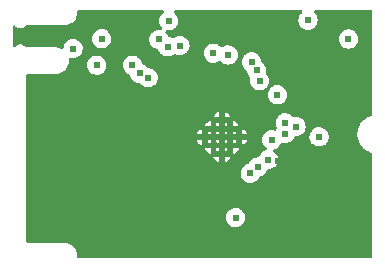
<source format=gbr>
%TF.GenerationSoftware,KiCad,Pcbnew,6.0.7-f9a2dced07~116~ubuntu22.04.1*%
%TF.CreationDate,2022-09-27T00:14:19+08:00*%
%TF.ProjectId,esp32_core_m2,65737033-325f-4636-9f72-655f6d322e6b,rev?*%
%TF.SameCoordinates,Original*%
%TF.FileFunction,Copper,L3,Inr*%
%TF.FilePolarity,Positive*%
%FSLAX46Y46*%
G04 Gerber Fmt 4.6, Leading zero omitted, Abs format (unit mm)*
G04 Created by KiCad (PCBNEW 6.0.7-f9a2dced07~116~ubuntu22.04.1) date 2022-09-27 00:14:19*
%MOMM*%
%LPD*%
G01*
G04 APERTURE LIST*
%TA.AperFunction,ComponentPad*%
%ADD10C,0.500000*%
%TD*%
%TA.AperFunction,ViaPad*%
%ADD11C,0.609600*%
%TD*%
G04 APERTURE END LIST*
D10*
%TO.N,GND*%
%TO.C,U2*%
X92329000Y-71374000D03*
X90914786Y-71374000D03*
X92329000Y-72788214D03*
X93743214Y-71374000D03*
X91621893Y-70666893D03*
X93036107Y-72081107D03*
X93036107Y-70666893D03*
X91621893Y-72081107D03*
X92329000Y-69959786D03*
%TD*%
D11*
%TO.N,GND*%
X96393000Y-63322200D03*
X101092000Y-64820800D03*
X102057200Y-64795400D03*
X102666800Y-61341000D03*
%TO.N,+3V3*%
X103047800Y-63068200D03*
%TO.N,/GPIO0*%
X94727572Y-74434023D03*
%TO.N,/GPIO1*%
X95351600Y-73914000D03*
%TO.N,/GPIO2*%
X96251166Y-73278500D03*
%TO.N,/GPIO3*%
X96545400Y-71602600D03*
%TO.N,/GPIO4*%
X97685746Y-71073179D03*
%TO.N,/GPIO5*%
X97688400Y-70154800D03*
%TO.N,/GPIO6*%
X95529400Y-66598800D03*
%TO.N,/GPIO7*%
X95275400Y-65709800D03*
%TO.N,/GPIO8*%
X94843600Y-64998600D03*
%TO.N,/GPIO9*%
X92862400Y-64414400D03*
%TO.N,/GPIO10*%
X91617800Y-64262000D03*
%TO.N,/GPIO14*%
X81737200Y-65277500D03*
X84759800Y-65277500D03*
%TO.N,/GPIO15*%
X86087941Y-66342660D03*
X87731600Y-63728600D03*
%TO.N,/GPIO16*%
X86995000Y-63094100D03*
X85369400Y-65963800D03*
%TO.N,GND*%
X81667350Y-76657200D03*
X102927150Y-78282800D03*
X87172800Y-80314800D03*
X80733900Y-78613000D03*
X101060250Y-78282800D03*
X101993700Y-78282800D03*
X85305900Y-79324200D03*
X80733900Y-77647800D03*
X82600800Y-76657200D03*
X85305900Y-80314800D03*
X79800450Y-76657200D03*
X87172800Y-81280000D03*
X80721200Y-63373000D03*
X91967050Y-79222600D03*
X86239350Y-81280000D03*
X94767400Y-79222600D03*
X82600800Y-77647800D03*
X103860600Y-78282800D03*
X91033600Y-81178400D03*
X88417400Y-74498200D03*
X82600800Y-78613000D03*
X81667350Y-78613000D03*
X85369400Y-70053200D03*
X91033600Y-80213200D03*
X90144600Y-63550800D03*
X85305900Y-81280000D03*
X91033600Y-79222600D03*
X91967050Y-80213200D03*
X93833950Y-81178400D03*
X97967800Y-77825600D03*
X83439000Y-81280000D03*
X92900500Y-79222600D03*
X86239350Y-80314800D03*
X85826600Y-74676000D03*
X84372450Y-81280000D03*
X78867000Y-76657200D03*
X83439000Y-79324200D03*
X84372450Y-80314800D03*
X100126800Y-78282800D03*
X97053400Y-73406000D03*
X80733900Y-76657200D03*
X92900500Y-81178400D03*
X79800450Y-78613000D03*
X78587600Y-62966600D03*
X78867000Y-77647800D03*
X84372450Y-79324200D03*
X94767400Y-81178400D03*
X93833950Y-80213200D03*
X92900500Y-80213200D03*
X91967050Y-81178400D03*
X78867000Y-78613000D03*
X81667350Y-77647800D03*
X93833950Y-79222600D03*
X87172800Y-79324200D03*
X94767400Y-80213200D03*
X79800450Y-77647800D03*
X83439000Y-80314800D03*
X86239350Y-79324200D03*
X90017600Y-75920600D03*
%TO.N,+5V*%
X87833200Y-61518800D03*
%TO.N,/CHIP_EN*%
X79730600Y-63881000D03*
X98610438Y-70477362D03*
%TO.N,+3V3*%
X97028000Y-67792600D03*
X82143600Y-63042800D03*
X100558600Y-71348600D03*
X88773000Y-63627000D03*
X99618800Y-61468000D03*
X93497400Y-78181200D03*
%TD*%
%TA.AperFunction,Conductor*%
%TO.N,GND*%
G36*
X87348055Y-60650302D02*
G01*
X87394548Y-60703958D01*
X87404652Y-60774232D01*
X87375158Y-60838812D01*
X87345955Y-60863618D01*
X87335319Y-60870161D01*
X87335315Y-60870164D01*
X87329314Y-60873856D01*
X87198950Y-61001518D01*
X87100108Y-61154890D01*
X87097699Y-61161510D01*
X87097697Y-61161513D01*
X87044604Y-61307385D01*
X87037702Y-61326349D01*
X87014834Y-61507373D01*
X87015521Y-61514380D01*
X87015521Y-61514383D01*
X87024369Y-61604616D01*
X87032639Y-61688964D01*
X87090233Y-61862099D01*
X87104904Y-61886323D01*
X87150341Y-61961348D01*
X87184754Y-62018171D01*
X87189645Y-62023236D01*
X87189646Y-62023237D01*
X87243928Y-62079448D01*
X87276860Y-62142345D01*
X87270560Y-62213062D01*
X87227028Y-62269146D01*
X87160084Y-62292792D01*
X87138378Y-62292089D01*
X87000714Y-62275674D01*
X86993711Y-62276410D01*
X86993710Y-62276410D01*
X86947475Y-62281270D01*
X86819251Y-62294746D01*
X86812583Y-62297016D01*
X86653190Y-62351278D01*
X86653187Y-62351279D01*
X86646523Y-62353548D01*
X86491114Y-62449156D01*
X86486081Y-62454085D01*
X86378104Y-62559824D01*
X86360750Y-62576818D01*
X86298788Y-62672964D01*
X86290701Y-62685513D01*
X86261908Y-62730190D01*
X86259499Y-62736810D01*
X86259497Y-62736813D01*
X86201910Y-62895032D01*
X86199502Y-62901649D01*
X86176634Y-63082673D01*
X86177321Y-63089680D01*
X86177321Y-63089683D01*
X86186967Y-63188057D01*
X86194439Y-63264264D01*
X86252033Y-63437399D01*
X86267323Y-63462646D01*
X86327221Y-63561548D01*
X86346554Y-63593471D01*
X86351445Y-63598536D01*
X86351446Y-63598537D01*
X86381010Y-63629151D01*
X86473303Y-63724723D01*
X86479195Y-63728578D01*
X86479199Y-63728582D01*
X86620085Y-63820775D01*
X86625981Y-63824633D01*
X86632585Y-63827089D01*
X86632587Y-63827090D01*
X86673623Y-63842351D01*
X86797000Y-63888235D01*
X86803985Y-63889167D01*
X86855557Y-63896048D01*
X86920434Y-63924883D01*
X86958452Y-63981170D01*
X86982940Y-64054784D01*
X86988633Y-64071899D01*
X86992281Y-64077922D01*
X87065312Y-64198510D01*
X87083154Y-64227971D01*
X87088045Y-64233036D01*
X87088046Y-64233037D01*
X87109362Y-64255110D01*
X87209903Y-64359223D01*
X87215795Y-64363078D01*
X87215799Y-64363082D01*
X87356685Y-64455275D01*
X87362581Y-64459133D01*
X87369185Y-64461589D01*
X87369187Y-64461590D01*
X87420513Y-64480678D01*
X87533600Y-64522735D01*
X87714460Y-64546867D01*
X87721471Y-64546229D01*
X87721475Y-64546229D01*
X87867735Y-64532917D01*
X87896171Y-64530329D01*
X87902873Y-64528151D01*
X87902875Y-64528151D01*
X88063005Y-64476122D01*
X88063008Y-64476121D01*
X88069704Y-64473945D01*
X88093252Y-64459908D01*
X88220381Y-64384124D01*
X88220380Y-64384124D01*
X88226432Y-64380517D01*
X88240730Y-64366901D01*
X88303855Y-64334408D01*
X88374526Y-64341201D01*
X88396609Y-64352709D01*
X88403981Y-64357533D01*
X88410585Y-64359989D01*
X88410587Y-64359990D01*
X88475481Y-64384124D01*
X88575000Y-64421135D01*
X88755860Y-64445267D01*
X88762871Y-64444629D01*
X88762875Y-64444629D01*
X88902580Y-64431914D01*
X88937571Y-64428729D01*
X88944273Y-64426551D01*
X88944275Y-64426551D01*
X89104405Y-64374522D01*
X89104408Y-64374521D01*
X89111104Y-64372345D01*
X89117155Y-64368738D01*
X89261777Y-64282527D01*
X89261780Y-64282525D01*
X89267832Y-64278917D01*
X89297596Y-64250573D01*
X90799434Y-64250573D01*
X90800121Y-64257580D01*
X90800121Y-64257583D01*
X90807549Y-64333339D01*
X90817239Y-64432164D01*
X90874833Y-64605299D01*
X90886475Y-64624522D01*
X90965672Y-64755291D01*
X90969354Y-64761371D01*
X90974245Y-64766436D01*
X90974246Y-64766437D01*
X90995562Y-64788510D01*
X91096103Y-64892623D01*
X91101995Y-64896478D01*
X91101999Y-64896482D01*
X91236589Y-64984555D01*
X91248781Y-64992533D01*
X91255385Y-64994989D01*
X91255387Y-64994990D01*
X91316116Y-65017575D01*
X91419800Y-65056135D01*
X91600660Y-65080267D01*
X91607671Y-65079629D01*
X91607675Y-65079629D01*
X91753935Y-65066317D01*
X91782371Y-65063729D01*
X91789073Y-65061551D01*
X91789075Y-65061551D01*
X91949205Y-65009522D01*
X91949208Y-65009521D01*
X91955904Y-65007345D01*
X91987224Y-64988675D01*
X92018246Y-64970182D01*
X92091245Y-64926666D01*
X92160000Y-64908966D01*
X92227409Y-64931248D01*
X92246395Y-64947365D01*
X92340703Y-65045023D01*
X92346595Y-65048878D01*
X92346599Y-65048882D01*
X92487485Y-65141075D01*
X92493381Y-65144933D01*
X92499985Y-65147389D01*
X92499987Y-65147390D01*
X92557460Y-65168764D01*
X92664400Y-65208535D01*
X92845260Y-65232667D01*
X92852271Y-65232029D01*
X92852275Y-65232029D01*
X92991980Y-65219314D01*
X93026971Y-65216129D01*
X93033673Y-65213951D01*
X93033675Y-65213951D01*
X93193805Y-65161922D01*
X93193808Y-65161921D01*
X93200504Y-65159745D01*
X93225352Y-65144933D01*
X93351177Y-65069927D01*
X93351180Y-65069925D01*
X93357232Y-65066317D01*
X93440341Y-64987173D01*
X94025234Y-64987173D01*
X94025921Y-64994180D01*
X94025921Y-64994183D01*
X94032517Y-65061454D01*
X94043039Y-65168764D01*
X94100633Y-65341899D01*
X94113302Y-65362818D01*
X94184900Y-65481039D01*
X94195154Y-65497971D01*
X94321903Y-65629223D01*
X94327799Y-65633081D01*
X94408539Y-65685916D01*
X94454588Y-65739953D01*
X94464945Y-65779052D01*
X94474839Y-65879964D01*
X94532433Y-66053099D01*
X94536082Y-66059124D01*
X94593954Y-66154681D01*
X94626954Y-66209171D01*
X94631845Y-66214236D01*
X94631846Y-66214237D01*
X94703151Y-66288075D01*
X94736083Y-66350971D01*
X94735019Y-66403281D01*
X94733902Y-66406349D01*
X94711034Y-66587373D01*
X94711721Y-66594380D01*
X94711721Y-66594383D01*
X94721143Y-66690475D01*
X94728839Y-66768964D01*
X94786433Y-66942099D01*
X94807656Y-66977142D01*
X94876116Y-67090182D01*
X94880954Y-67098171D01*
X95007703Y-67229423D01*
X95013595Y-67233278D01*
X95013599Y-67233282D01*
X95154485Y-67325475D01*
X95160381Y-67329333D01*
X95166985Y-67331789D01*
X95166987Y-67331790D01*
X95245891Y-67361134D01*
X95331400Y-67392935D01*
X95512260Y-67417067D01*
X95519271Y-67416429D01*
X95519275Y-67416429D01*
X95658980Y-67403714D01*
X95693971Y-67400529D01*
X95700673Y-67398351D01*
X95700675Y-67398351D01*
X95860805Y-67346322D01*
X95860808Y-67346321D01*
X95867504Y-67344145D01*
X95892352Y-67329333D01*
X96018177Y-67254327D01*
X96018180Y-67254325D01*
X96024232Y-67250717D01*
X96095539Y-67182812D01*
X96151262Y-67129748D01*
X96151264Y-67129745D01*
X96156366Y-67124887D01*
X96257339Y-66972910D01*
X96272338Y-66933425D01*
X96319633Y-66808922D01*
X96319634Y-66808917D01*
X96322133Y-66802339D01*
X96324982Y-66782067D01*
X96346976Y-66625575D01*
X96346976Y-66625570D01*
X96347527Y-66621652D01*
X96347846Y-66598800D01*
X96327507Y-66417475D01*
X96267501Y-66245161D01*
X96170811Y-66090424D01*
X96160329Y-66079868D01*
X96105863Y-66025022D01*
X96102893Y-66022031D01*
X96069085Y-65959601D01*
X96070019Y-65913604D01*
X96068133Y-65913339D01*
X96092976Y-65736575D01*
X96092976Y-65736570D01*
X96093527Y-65732652D01*
X96093846Y-65709800D01*
X96073507Y-65528475D01*
X96062885Y-65497971D01*
X96046813Y-65451819D01*
X96013501Y-65356161D01*
X95932277Y-65226175D01*
X95920544Y-65207398D01*
X95916811Y-65201424D01*
X95840716Y-65124796D01*
X95793204Y-65076951D01*
X95793200Y-65076948D01*
X95788241Y-65071954D01*
X95776288Y-65064368D01*
X95712205Y-65023700D01*
X95665406Y-64970311D01*
X95654504Y-64931360D01*
X95642492Y-64824274D01*
X95641707Y-64817275D01*
X95636085Y-64801129D01*
X95612356Y-64732991D01*
X95581701Y-64644961D01*
X95485011Y-64490224D01*
X95407279Y-64411948D01*
X95361404Y-64365751D01*
X95361400Y-64365748D01*
X95356441Y-64360754D01*
X95345257Y-64353656D01*
X95278002Y-64310975D01*
X95202383Y-64262986D01*
X95087136Y-64221948D01*
X95037127Y-64204140D01*
X95037125Y-64204139D01*
X95030493Y-64201778D01*
X95023507Y-64200945D01*
X95023503Y-64200944D01*
X94893926Y-64185494D01*
X94849314Y-64180174D01*
X94842311Y-64180910D01*
X94842310Y-64180910D01*
X94796075Y-64185770D01*
X94667851Y-64199246D01*
X94661183Y-64201516D01*
X94501790Y-64255778D01*
X94501787Y-64255779D01*
X94495123Y-64258048D01*
X94339714Y-64353656D01*
X94308601Y-64384124D01*
X94229496Y-64461590D01*
X94209350Y-64481318D01*
X94182058Y-64523667D01*
X94125797Y-64610967D01*
X94110508Y-64634690D01*
X94108099Y-64641310D01*
X94108097Y-64641313D01*
X94055982Y-64784499D01*
X94048102Y-64806149D01*
X94025234Y-64987173D01*
X93440341Y-64987173D01*
X93458048Y-64970311D01*
X93484262Y-64945348D01*
X93484264Y-64945345D01*
X93489366Y-64940487D01*
X93590339Y-64788510D01*
X93605338Y-64749025D01*
X93652633Y-64624522D01*
X93652634Y-64624517D01*
X93655133Y-64617939D01*
X93656113Y-64610967D01*
X93679976Y-64441175D01*
X93679976Y-64441170D01*
X93680527Y-64437252D01*
X93680752Y-64421135D01*
X93680791Y-64418363D01*
X93680791Y-64418358D01*
X93680846Y-64414400D01*
X93660507Y-64233075D01*
X93600501Y-64060761D01*
X93503811Y-63906024D01*
X93393435Y-63794875D01*
X93380204Y-63781551D01*
X93380200Y-63781548D01*
X93375241Y-63776554D01*
X93364087Y-63769475D01*
X93302692Y-63730513D01*
X93221183Y-63678786D01*
X93086882Y-63630963D01*
X93055927Y-63619940D01*
X93055925Y-63619939D01*
X93049293Y-63617578D01*
X93042307Y-63616745D01*
X93042303Y-63616744D01*
X92894732Y-63599148D01*
X92868114Y-63595974D01*
X92861111Y-63596710D01*
X92861110Y-63596710D01*
X92814875Y-63601570D01*
X92686651Y-63615046D01*
X92679983Y-63617316D01*
X92520590Y-63671578D01*
X92520587Y-63671579D01*
X92513923Y-63673848D01*
X92507928Y-63677536D01*
X92507924Y-63677538D01*
X92460565Y-63706674D01*
X92391688Y-63749047D01*
X92323188Y-63767705D01*
X92255474Y-63746366D01*
X92236261Y-63730513D01*
X92135604Y-63629151D01*
X92135600Y-63629148D01*
X92130641Y-63624154D01*
X92119457Y-63617056D01*
X92034304Y-63563017D01*
X91976583Y-63526386D01*
X91869890Y-63488394D01*
X91811327Y-63467540D01*
X91811325Y-63467539D01*
X91804693Y-63465178D01*
X91797707Y-63464345D01*
X91797703Y-63464344D01*
X91662150Y-63448181D01*
X91623514Y-63443574D01*
X91616511Y-63444310D01*
X91616510Y-63444310D01*
X91579680Y-63448181D01*
X91442051Y-63462646D01*
X91435383Y-63464916D01*
X91275990Y-63519178D01*
X91275987Y-63519179D01*
X91269323Y-63521448D01*
X91113914Y-63617056D01*
X91047665Y-63681932D01*
X90997336Y-63731218D01*
X90983550Y-63744718D01*
X90962237Y-63777789D01*
X90890459Y-63889167D01*
X90884708Y-63898090D01*
X90882299Y-63904710D01*
X90882297Y-63904713D01*
X90824710Y-64062932D01*
X90822302Y-64069549D01*
X90799434Y-64250573D01*
X89297596Y-64250573D01*
X89349711Y-64200944D01*
X89394862Y-64157948D01*
X89394864Y-64157945D01*
X89399966Y-64153087D01*
X89500939Y-64001110D01*
X89538664Y-63901798D01*
X89563233Y-63837122D01*
X89563234Y-63837117D01*
X89565733Y-63830539D01*
X89567105Y-63820775D01*
X89590576Y-63653775D01*
X89590576Y-63653770D01*
X89591127Y-63649852D01*
X89591446Y-63627000D01*
X89571107Y-63445675D01*
X89567642Y-63435723D01*
X89544413Y-63369019D01*
X89511101Y-63273361D01*
X89414411Y-63118624D01*
X89352990Y-63056773D01*
X102229434Y-63056773D01*
X102230121Y-63063780D01*
X102230121Y-63063783D01*
X102238493Y-63149165D01*
X102247239Y-63238364D01*
X102304833Y-63411499D01*
X102325531Y-63445675D01*
X102382082Y-63539051D01*
X102399354Y-63567571D01*
X102404245Y-63572636D01*
X102404246Y-63572637D01*
X102429848Y-63599148D01*
X102526103Y-63698823D01*
X102531995Y-63702678D01*
X102531999Y-63702682D01*
X102667271Y-63791201D01*
X102678781Y-63798733D01*
X102685385Y-63801189D01*
X102685387Y-63801190D01*
X102745557Y-63823567D01*
X102849800Y-63862335D01*
X103030660Y-63886467D01*
X103037671Y-63885829D01*
X103037675Y-63885829D01*
X103177380Y-63873114D01*
X103212371Y-63869929D01*
X103219073Y-63867751D01*
X103219075Y-63867751D01*
X103379205Y-63815722D01*
X103379208Y-63815721D01*
X103385904Y-63813545D01*
X103413122Y-63797320D01*
X103536577Y-63723727D01*
X103536580Y-63723725D01*
X103542632Y-63720117D01*
X103636253Y-63630963D01*
X103669662Y-63599148D01*
X103669664Y-63599145D01*
X103674766Y-63594287D01*
X103775739Y-63442310D01*
X103797092Y-63386099D01*
X103838033Y-63278322D01*
X103838034Y-63278317D01*
X103840533Y-63271739D01*
X103844284Y-63245049D01*
X103865376Y-63094975D01*
X103865376Y-63094970D01*
X103865927Y-63091052D01*
X103866246Y-63068200D01*
X103845907Y-62886875D01*
X103785901Y-62714561D01*
X103689211Y-62559824D01*
X103586361Y-62456254D01*
X103565604Y-62435351D01*
X103565600Y-62435348D01*
X103560641Y-62430354D01*
X103549457Y-62423256D01*
X103501251Y-62392664D01*
X103406583Y-62332586D01*
X103274714Y-62285629D01*
X103241327Y-62273740D01*
X103241325Y-62273739D01*
X103234693Y-62271378D01*
X103227707Y-62270545D01*
X103227703Y-62270544D01*
X103098126Y-62255094D01*
X103053514Y-62249774D01*
X103046511Y-62250510D01*
X103046510Y-62250510D01*
X103000275Y-62255370D01*
X102872051Y-62268846D01*
X102865383Y-62271116D01*
X102705990Y-62325378D01*
X102705987Y-62325379D01*
X102699323Y-62327648D01*
X102592656Y-62393270D01*
X102573664Y-62404954D01*
X102543914Y-62423256D01*
X102510218Y-62456254D01*
X102424293Y-62540398D01*
X102413550Y-62550918D01*
X102314708Y-62704290D01*
X102312299Y-62710910D01*
X102312297Y-62710913D01*
X102254710Y-62869132D01*
X102252302Y-62875749D01*
X102229434Y-63056773D01*
X89352990Y-63056773D01*
X89339114Y-63042800D01*
X89290804Y-62994151D01*
X89290800Y-62994148D01*
X89285841Y-62989154D01*
X89274657Y-62982056D01*
X89226451Y-62951464D01*
X89131783Y-62891386D01*
X88997957Y-62843732D01*
X88966527Y-62832540D01*
X88966525Y-62832539D01*
X88959893Y-62830178D01*
X88952907Y-62829345D01*
X88952903Y-62829344D01*
X88823326Y-62813894D01*
X88778714Y-62808574D01*
X88771711Y-62809310D01*
X88771710Y-62809310D01*
X88725475Y-62814170D01*
X88597251Y-62827646D01*
X88590583Y-62829916D01*
X88431190Y-62884178D01*
X88431187Y-62884179D01*
X88424523Y-62886448D01*
X88381729Y-62912775D01*
X88275113Y-62978365D01*
X88275111Y-62978367D01*
X88269114Y-62982056D01*
X88264081Y-62986985D01*
X88263414Y-62987638D01*
X88262883Y-62987921D01*
X88258531Y-62991321D01*
X88257934Y-62990557D01*
X88200749Y-63021010D01*
X88129990Y-63015205D01*
X88107740Y-63004001D01*
X88096327Y-62996758D01*
X88096326Y-62996758D01*
X88090383Y-62992986D01*
X88075364Y-62987638D01*
X87925127Y-62934140D01*
X87925125Y-62934139D01*
X87918493Y-62931778D01*
X87911503Y-62930945D01*
X87911501Y-62930944D01*
X87888120Y-62928156D01*
X87872759Y-62926325D01*
X87807486Y-62898399D01*
X87768687Y-62842652D01*
X87733101Y-62740461D01*
X87636411Y-62585724D01*
X87585130Y-62534084D01*
X87551323Y-62471654D01*
X87556635Y-62400856D01*
X87599379Y-62344169D01*
X87665986Y-62319590D01*
X87691200Y-62320407D01*
X87816060Y-62337067D01*
X87823071Y-62336429D01*
X87823075Y-62336429D01*
X87962780Y-62323714D01*
X87997771Y-62320529D01*
X88004473Y-62318351D01*
X88004475Y-62318351D01*
X88164605Y-62266322D01*
X88164608Y-62266321D01*
X88171304Y-62264145D01*
X88196152Y-62249333D01*
X88321977Y-62174327D01*
X88321980Y-62174325D01*
X88328032Y-62170717D01*
X88423874Y-62079448D01*
X88455062Y-62049748D01*
X88455064Y-62049745D01*
X88460166Y-62044887D01*
X88561139Y-61892910D01*
X88589340Y-61818670D01*
X88623433Y-61728922D01*
X88623434Y-61728917D01*
X88625933Y-61722339D01*
X88631609Y-61681955D01*
X88650776Y-61545575D01*
X88650776Y-61545570D01*
X88651327Y-61541652D01*
X88651646Y-61518800D01*
X88631307Y-61337475D01*
X88571301Y-61165161D01*
X88474611Y-61010424D01*
X88379208Y-60914353D01*
X88351004Y-60885951D01*
X88351000Y-60885948D01*
X88346041Y-60880954D01*
X88317252Y-60862684D01*
X88270455Y-60809295D01*
X88259950Y-60739080D01*
X88289074Y-60674332D01*
X88348580Y-60635608D01*
X88384768Y-60630300D01*
X99002996Y-60630300D01*
X99071117Y-60650302D01*
X99117610Y-60703958D01*
X99127714Y-60774232D01*
X99098220Y-60838812D01*
X99091153Y-60846324D01*
X99018707Y-60917269D01*
X98984550Y-60950718D01*
X98885708Y-61104090D01*
X98883299Y-61110710D01*
X98883297Y-61110713D01*
X98848109Y-61207392D01*
X98823302Y-61275549D01*
X98800434Y-61456573D01*
X98801121Y-61463580D01*
X98801121Y-61463583D01*
X98804730Y-61500386D01*
X98818239Y-61638164D01*
X98875833Y-61811299D01*
X98879482Y-61817324D01*
X98947862Y-61930232D01*
X98970354Y-61967371D01*
X99097103Y-62098623D01*
X99102995Y-62102478D01*
X99102999Y-62102482D01*
X99212790Y-62174327D01*
X99249781Y-62198533D01*
X99256385Y-62200989D01*
X99256387Y-62200990D01*
X99319265Y-62224374D01*
X99420800Y-62262135D01*
X99601660Y-62286267D01*
X99608671Y-62285629D01*
X99608675Y-62285629D01*
X99748380Y-62272914D01*
X99783371Y-62269729D01*
X99790073Y-62267551D01*
X99790075Y-62267551D01*
X99950205Y-62215522D01*
X99950208Y-62215521D01*
X99956904Y-62213345D01*
X99981752Y-62198533D01*
X100107577Y-62123527D01*
X100107580Y-62123525D01*
X100113632Y-62119917D01*
X100216563Y-62021897D01*
X100240662Y-61998948D01*
X100240664Y-61998945D01*
X100245766Y-61994087D01*
X100346739Y-61842110D01*
X100385936Y-61738924D01*
X100409033Y-61678122D01*
X100409034Y-61678117D01*
X100411533Y-61671539D01*
X100415957Y-61640059D01*
X100436376Y-61494775D01*
X100436376Y-61494770D01*
X100436927Y-61490852D01*
X100437246Y-61468000D01*
X100416907Y-61286675D01*
X100356901Y-61114361D01*
X100260211Y-60959624D01*
X100146467Y-60845084D01*
X100112660Y-60782654D01*
X100117972Y-60711856D01*
X100160716Y-60655169D01*
X100227323Y-60630590D01*
X100235873Y-60630300D01*
X104940600Y-60630300D01*
X105008721Y-60650302D01*
X105055214Y-60703958D01*
X105066600Y-60756300D01*
X105066600Y-69432878D01*
X105046598Y-69500999D01*
X104992942Y-69547492D01*
X104968636Y-69555719D01*
X104942055Y-69561786D01*
X104937667Y-69563508D01*
X104937661Y-69563510D01*
X104719575Y-69649102D01*
X104719572Y-69649104D01*
X104715183Y-69650826D01*
X104642546Y-69692763D01*
X104508197Y-69770329D01*
X104508193Y-69770332D01*
X104504117Y-69772685D01*
X104450982Y-69815059D01*
X104351456Y-69894429D01*
X104313570Y-69924642D01*
X104310367Y-69928095D01*
X104310366Y-69928095D01*
X104178019Y-70070731D01*
X104147799Y-70103300D01*
X104145143Y-70107196D01*
X104145138Y-70107202D01*
X104016393Y-70296037D01*
X104010507Y-70304670D01*
X104008461Y-70308918D01*
X104008459Y-70308922D01*
X103965187Y-70398778D01*
X103904761Y-70524253D01*
X103903372Y-70528755D01*
X103903370Y-70528761D01*
X103877070Y-70614024D01*
X103832924Y-70757144D01*
X103832223Y-70761794D01*
X103832222Y-70761799D01*
X103817822Y-70857343D01*
X103796600Y-70998141D01*
X103796600Y-71241859D01*
X103812830Y-71349541D01*
X103830385Y-71466008D01*
X103832924Y-71482856D01*
X103858098Y-71564467D01*
X103897405Y-71691899D01*
X103904761Y-71715747D01*
X103918402Y-71744072D01*
X104007119Y-71928294D01*
X104010507Y-71935330D01*
X104013165Y-71939229D01*
X104013167Y-71939232D01*
X104145138Y-72132798D01*
X104145143Y-72132804D01*
X104147799Y-72136700D01*
X104151009Y-72140160D01*
X104151011Y-72140162D01*
X104259895Y-72257510D01*
X104313570Y-72315358D01*
X104317248Y-72318291D01*
X104317250Y-72318293D01*
X104354553Y-72348041D01*
X104504117Y-72467315D01*
X104508193Y-72469668D01*
X104508197Y-72469671D01*
X104603452Y-72524666D01*
X104715183Y-72589174D01*
X104719572Y-72590896D01*
X104719575Y-72590898D01*
X104937661Y-72676490D01*
X104937667Y-72676492D01*
X104942055Y-72678214D01*
X104968636Y-72684281D01*
X105030598Y-72718939D01*
X105063987Y-72781594D01*
X105066600Y-72807122D01*
X105066600Y-81483700D01*
X105046598Y-81551821D01*
X104992942Y-81598314D01*
X104940600Y-81609700D01*
X80200000Y-81609700D01*
X80131879Y-81589698D01*
X80085386Y-81536042D01*
X80074000Y-81483700D01*
X80074000Y-81434850D01*
X80075746Y-81413945D01*
X80078270Y-81398944D01*
X80078270Y-81398941D01*
X80079076Y-81394152D01*
X80079229Y-81381600D01*
X80078539Y-81376778D01*
X80076262Y-81360875D01*
X80075470Y-81353999D01*
X80062862Y-81209904D01*
X80062861Y-81209898D01*
X80062381Y-81204412D01*
X80047598Y-81149240D01*
X80017769Y-81037918D01*
X80017768Y-81037916D01*
X80016346Y-81032608D01*
X79972663Y-80938929D01*
X79943501Y-80876390D01*
X79943499Y-80876387D01*
X79941178Y-80871409D01*
X79839159Y-80725710D01*
X79713390Y-80599941D01*
X79708882Y-80596784D01*
X79708879Y-80596782D01*
X79572196Y-80501076D01*
X79567692Y-80497922D01*
X79544440Y-80487079D01*
X79411481Y-80425080D01*
X79411477Y-80425079D01*
X79406492Y-80422754D01*
X79234688Y-80376719D01*
X79103377Y-80365230D01*
X79093516Y-80363971D01*
X79070052Y-80360024D01*
X79063707Y-80359947D01*
X79062360Y-80359930D01*
X79062357Y-80359930D01*
X79057500Y-80359871D01*
X79031558Y-80363586D01*
X79029876Y-80363827D01*
X79012014Y-80365100D01*
X75907400Y-80365100D01*
X75839279Y-80345098D01*
X75792786Y-80291442D01*
X75781400Y-80239100D01*
X75781400Y-78169773D01*
X92679034Y-78169773D01*
X92679721Y-78176780D01*
X92679721Y-78176783D01*
X92689367Y-78275157D01*
X92696839Y-78351364D01*
X92754433Y-78524499D01*
X92848954Y-78680571D01*
X92975703Y-78811823D01*
X92981595Y-78815678D01*
X92981599Y-78815682D01*
X93122485Y-78907875D01*
X93128381Y-78911733D01*
X93134985Y-78914189D01*
X93134987Y-78914190D01*
X93213891Y-78943534D01*
X93299400Y-78975335D01*
X93480260Y-78999467D01*
X93487271Y-78998829D01*
X93487275Y-78998829D01*
X93626980Y-78986114D01*
X93661971Y-78982929D01*
X93668673Y-78980751D01*
X93668675Y-78980751D01*
X93828805Y-78928722D01*
X93828808Y-78928721D01*
X93835504Y-78926545D01*
X93860352Y-78911733D01*
X93986177Y-78836727D01*
X93986180Y-78836725D01*
X93992232Y-78833117D01*
X94063539Y-78765212D01*
X94119262Y-78712148D01*
X94119264Y-78712145D01*
X94124366Y-78707287D01*
X94225339Y-78555310D01*
X94240338Y-78515825D01*
X94287633Y-78391322D01*
X94287634Y-78391317D01*
X94290133Y-78384739D01*
X94315527Y-78204052D01*
X94315846Y-78181200D01*
X94295507Y-77999875D01*
X94235501Y-77827561D01*
X94138811Y-77672824D01*
X94074247Y-77607808D01*
X94015204Y-77548351D01*
X94015200Y-77548348D01*
X94010241Y-77543354D01*
X93999057Y-77536256D01*
X93950851Y-77505664D01*
X93856183Y-77445586D01*
X93749490Y-77407594D01*
X93690927Y-77386740D01*
X93690925Y-77386739D01*
X93684293Y-77384378D01*
X93677307Y-77383545D01*
X93677303Y-77383544D01*
X93547726Y-77368094D01*
X93503114Y-77362774D01*
X93496111Y-77363510D01*
X93496110Y-77363510D01*
X93449875Y-77368370D01*
X93321651Y-77381846D01*
X93314983Y-77384116D01*
X93155590Y-77438378D01*
X93155587Y-77438379D01*
X93148923Y-77440648D01*
X92993514Y-77536256D01*
X92863150Y-77663918D01*
X92764308Y-77817290D01*
X92761899Y-77823910D01*
X92761897Y-77823913D01*
X92704310Y-77982132D01*
X92701902Y-77988749D01*
X92679034Y-78169773D01*
X75781400Y-78169773D01*
X75781400Y-74422596D01*
X93909206Y-74422596D01*
X93909893Y-74429603D01*
X93909893Y-74429606D01*
X93919539Y-74527980D01*
X93927011Y-74604187D01*
X93984605Y-74777322D01*
X94079126Y-74933394D01*
X94205875Y-75064646D01*
X94211767Y-75068501D01*
X94211771Y-75068505D01*
X94352657Y-75160698D01*
X94358553Y-75164556D01*
X94365157Y-75167012D01*
X94365159Y-75167013D01*
X94444062Y-75196357D01*
X94529572Y-75228158D01*
X94710432Y-75252290D01*
X94717443Y-75251652D01*
X94717447Y-75251652D01*
X94857152Y-75238937D01*
X94892143Y-75235752D01*
X94898845Y-75233574D01*
X94898847Y-75233574D01*
X95058977Y-75181545D01*
X95058980Y-75181544D01*
X95065676Y-75179368D01*
X95090524Y-75164556D01*
X95216349Y-75089550D01*
X95216352Y-75089548D01*
X95222404Y-75085940D01*
X95293711Y-75018035D01*
X95349434Y-74964971D01*
X95349436Y-74964968D01*
X95354538Y-74960110D01*
X95455511Y-74808133D01*
X95465576Y-74781637D01*
X95508465Y-74725059D01*
X95544428Y-74706548D01*
X95683005Y-74661522D01*
X95683008Y-74661521D01*
X95689704Y-74659345D01*
X95771019Y-74610872D01*
X95840377Y-74569527D01*
X95840380Y-74569525D01*
X95846432Y-74565917D01*
X95917739Y-74498012D01*
X95973462Y-74444948D01*
X95973464Y-74444945D01*
X95978566Y-74440087D01*
X96079539Y-74288110D01*
X96121603Y-74177377D01*
X96164492Y-74120799D01*
X96231161Y-74096390D01*
X96231195Y-74096389D01*
X96234026Y-74096767D01*
X96240420Y-74096185D01*
X96240424Y-74096185D01*
X96369494Y-74084438D01*
X96415737Y-74080229D01*
X96422439Y-74078051D01*
X96422441Y-74078051D01*
X96582571Y-74026022D01*
X96582574Y-74026021D01*
X96589270Y-74023845D01*
X96595321Y-74020238D01*
X96739943Y-73934027D01*
X96739946Y-73934025D01*
X96745998Y-73930417D01*
X96817305Y-73862512D01*
X96873028Y-73809448D01*
X96873030Y-73809445D01*
X96878132Y-73804587D01*
X96979105Y-73652610D01*
X96994104Y-73613125D01*
X97041399Y-73488622D01*
X97041400Y-73488617D01*
X97043899Y-73482039D01*
X97056583Y-73391791D01*
X97068742Y-73305275D01*
X97068742Y-73305270D01*
X97069293Y-73301352D01*
X97069612Y-73278500D01*
X97049273Y-73097175D01*
X96989267Y-72924861D01*
X96892577Y-72770124D01*
X96799594Y-72676490D01*
X96768970Y-72645651D01*
X96768966Y-72645648D01*
X96764007Y-72640654D01*
X96752823Y-72633556D01*
X96725499Y-72616216D01*
X96678700Y-72562827D01*
X96668195Y-72492612D01*
X96697319Y-72427864D01*
X96754077Y-72389998D01*
X96804573Y-72373591D01*
X96876805Y-72350122D01*
X96876808Y-72350121D01*
X96883504Y-72347945D01*
X96893598Y-72341928D01*
X97034177Y-72258127D01*
X97034180Y-72258125D01*
X97040232Y-72254517D01*
X97133252Y-72165935D01*
X97167262Y-72133548D01*
X97167264Y-72133545D01*
X97172366Y-72128687D01*
X97273339Y-71976710D01*
X97291859Y-71927956D01*
X97334748Y-71871378D01*
X97401416Y-71846969D01*
X97453563Y-71854601D01*
X97487746Y-71867314D01*
X97668606Y-71891446D01*
X97675617Y-71890808D01*
X97675621Y-71890808D01*
X97815326Y-71878093D01*
X97850317Y-71874908D01*
X97857019Y-71872730D01*
X97857021Y-71872730D01*
X98017151Y-71820701D01*
X98017154Y-71820700D01*
X98023850Y-71818524D01*
X98065349Y-71793786D01*
X98174523Y-71728706D01*
X98174526Y-71728704D01*
X98180578Y-71725096D01*
X98267716Y-71642115D01*
X98307608Y-71604127D01*
X98307610Y-71604124D01*
X98312712Y-71599266D01*
X98413685Y-71447289D01*
X98427794Y-71410149D01*
X98441718Y-71373493D01*
X98469250Y-71337173D01*
X99740234Y-71337173D01*
X99740921Y-71344180D01*
X99740921Y-71344183D01*
X99747389Y-71410149D01*
X99758039Y-71518764D01*
X99815633Y-71691899D01*
X99837849Y-71728581D01*
X99899941Y-71831107D01*
X99910154Y-71847971D01*
X99915045Y-71853036D01*
X99915046Y-71853037D01*
X99978814Y-71919070D01*
X100036903Y-71979223D01*
X100042795Y-71983078D01*
X100042799Y-71983082D01*
X100183685Y-72075275D01*
X100189581Y-72079133D01*
X100196185Y-72081589D01*
X100196187Y-72081590D01*
X100264612Y-72107037D01*
X100360600Y-72142735D01*
X100541460Y-72166867D01*
X100548471Y-72166229D01*
X100548475Y-72166229D01*
X100688180Y-72153514D01*
X100723171Y-72150329D01*
X100729873Y-72148151D01*
X100729875Y-72148151D01*
X100890005Y-72096122D01*
X100890008Y-72096121D01*
X100896704Y-72093945D01*
X100924526Y-72077360D01*
X101047377Y-72004127D01*
X101047380Y-72004125D01*
X101053432Y-72000517D01*
X101129628Y-71927956D01*
X101180462Y-71879548D01*
X101180464Y-71879545D01*
X101185566Y-71874687D01*
X101286539Y-71722710D01*
X101308554Y-71664756D01*
X101348833Y-71558722D01*
X101348834Y-71558717D01*
X101351333Y-71552139D01*
X101357009Y-71511755D01*
X101376176Y-71375375D01*
X101376176Y-71375370D01*
X101376727Y-71371452D01*
X101377046Y-71348600D01*
X101356707Y-71167275D01*
X101343476Y-71129279D01*
X101312892Y-71041455D01*
X101296701Y-70994961D01*
X101200011Y-70840224D01*
X101107029Y-70746591D01*
X101076404Y-70715751D01*
X101076400Y-70715748D01*
X101071441Y-70710754D01*
X101060257Y-70703656D01*
X100998447Y-70664431D01*
X100917383Y-70612986D01*
X100810690Y-70574994D01*
X100752127Y-70554140D01*
X100752125Y-70554139D01*
X100745493Y-70551778D01*
X100738507Y-70550945D01*
X100738503Y-70550944D01*
X100596601Y-70534024D01*
X100564314Y-70530174D01*
X100557311Y-70530910D01*
X100557310Y-70530910D01*
X100511075Y-70535770D01*
X100382851Y-70549246D01*
X100376183Y-70551516D01*
X100216790Y-70605778D01*
X100216787Y-70605779D01*
X100210123Y-70608048D01*
X100054714Y-70703656D01*
X100047466Y-70710754D01*
X99948019Y-70808140D01*
X99924350Y-70831318D01*
X99825508Y-70984690D01*
X99823099Y-70991310D01*
X99823097Y-70991313D01*
X99771568Y-71132889D01*
X99763102Y-71156149D01*
X99740234Y-71337173D01*
X98469250Y-71337173D01*
X98484607Y-71316915D01*
X98551276Y-71292506D01*
X98576164Y-71293343D01*
X98593298Y-71295629D01*
X98600309Y-71294991D01*
X98600313Y-71294991D01*
X98740018Y-71282276D01*
X98775009Y-71279091D01*
X98781711Y-71276913D01*
X98781713Y-71276913D01*
X98941843Y-71224884D01*
X98941846Y-71224883D01*
X98948542Y-71222707D01*
X98972757Y-71208272D01*
X99099215Y-71132889D01*
X99099218Y-71132887D01*
X99105270Y-71129279D01*
X99200664Y-71038436D01*
X99232300Y-71008310D01*
X99232302Y-71008307D01*
X99237404Y-71003449D01*
X99338377Y-70851472D01*
X99362663Y-70787540D01*
X99400671Y-70687484D01*
X99400672Y-70687479D01*
X99403171Y-70680901D01*
X99428565Y-70500214D01*
X99428884Y-70477362D01*
X99408545Y-70296037D01*
X99348539Y-70123723D01*
X99261902Y-69985074D01*
X99255582Y-69974960D01*
X99251849Y-69968986D01*
X99157600Y-69874077D01*
X99128242Y-69844513D01*
X99128238Y-69844510D01*
X99123279Y-69839516D01*
X99098846Y-69824010D01*
X99054926Y-69796138D01*
X98969221Y-69741748D01*
X98831657Y-69692763D01*
X98803965Y-69682902D01*
X98803963Y-69682901D01*
X98797331Y-69680540D01*
X98790345Y-69679707D01*
X98790341Y-69679706D01*
X98660764Y-69664256D01*
X98616152Y-69658936D01*
X98609149Y-69659672D01*
X98609148Y-69659672D01*
X98434689Y-69678008D01*
X98434530Y-69676497D01*
X98371828Y-69672151D01*
X98326195Y-69642783D01*
X98320294Y-69636840D01*
X98290633Y-69606971D01*
X98206204Y-69521951D01*
X98206200Y-69521948D01*
X98201241Y-69516954D01*
X98190057Y-69509856D01*
X98068758Y-69432878D01*
X98047183Y-69419186D01*
X97940490Y-69381194D01*
X97881927Y-69360340D01*
X97881925Y-69360339D01*
X97875293Y-69357978D01*
X97868307Y-69357145D01*
X97868303Y-69357144D01*
X97738726Y-69341694D01*
X97694114Y-69336374D01*
X97687111Y-69337110D01*
X97687110Y-69337110D01*
X97640875Y-69341970D01*
X97512651Y-69355446D01*
X97505983Y-69357716D01*
X97346590Y-69411978D01*
X97346587Y-69411979D01*
X97339923Y-69414248D01*
X97244832Y-69472748D01*
X97227198Y-69483597D01*
X97184514Y-69509856D01*
X97137680Y-69555719D01*
X97064645Y-69627241D01*
X97054150Y-69637518D01*
X96955308Y-69790890D01*
X96952899Y-69797510D01*
X96952897Y-69797513D01*
X96914480Y-69903063D01*
X96892902Y-69962349D01*
X96870034Y-70143373D01*
X96870721Y-70150380D01*
X96870721Y-70150383D01*
X96877121Y-70215651D01*
X96887839Y-70324964D01*
X96945433Y-70498099D01*
X96967190Y-70534024D01*
X96974076Y-70545394D01*
X96992255Y-70614024D01*
X96972212Y-70678920D01*
X96956473Y-70703342D01*
X96956470Y-70703347D01*
X96952654Y-70709269D01*
X96939069Y-70746594D01*
X96896977Y-70803763D01*
X96830656Y-70829102D01*
X96778403Y-70822197D01*
X96732293Y-70805778D01*
X96725307Y-70804945D01*
X96725303Y-70804944D01*
X96579342Y-70787540D01*
X96551114Y-70784174D01*
X96544111Y-70784910D01*
X96544110Y-70784910D01*
X96497875Y-70789770D01*
X96369651Y-70803246D01*
X96362983Y-70805516D01*
X96203590Y-70859778D01*
X96203587Y-70859779D01*
X96196923Y-70862048D01*
X96041514Y-70957656D01*
X95911150Y-71085318D01*
X95812308Y-71238690D01*
X95809899Y-71245310D01*
X95809897Y-71245313D01*
X95752310Y-71403532D01*
X95749902Y-71410149D01*
X95727034Y-71591173D01*
X95727721Y-71598180D01*
X95727721Y-71598183D01*
X95731581Y-71637548D01*
X95744839Y-71772764D01*
X95802433Y-71945899D01*
X95806082Y-71951924D01*
X95889909Y-72090338D01*
X95896954Y-72101971D01*
X95901845Y-72107036D01*
X95901846Y-72107037D01*
X95959007Y-72166229D01*
X96023703Y-72233223D01*
X96072441Y-72265116D01*
X96118486Y-72319151D01*
X96128010Y-72389506D01*
X96097986Y-72453841D01*
X96044051Y-72489824D01*
X95909356Y-72535678D01*
X95909353Y-72535679D01*
X95902689Y-72537948D01*
X95747280Y-72633556D01*
X95616916Y-72761218D01*
X95518074Y-72914590D01*
X95515665Y-72921210D01*
X95515663Y-72921213D01*
X95482075Y-73013495D01*
X95439980Y-73070666D01*
X95373659Y-73096004D01*
X95363886Y-73096358D01*
X95357314Y-73095574D01*
X95175851Y-73114646D01*
X95169183Y-73116916D01*
X95009790Y-73171178D01*
X95009787Y-73171179D01*
X95003123Y-73173448D01*
X94847714Y-73269056D01*
X94778321Y-73337010D01*
X94743722Y-73370893D01*
X94717350Y-73396718D01*
X94618508Y-73550090D01*
X94613449Y-73563991D01*
X94571354Y-73621162D01*
X94535654Y-73640173D01*
X94385762Y-73691201D01*
X94385759Y-73691202D01*
X94379095Y-73693471D01*
X94223686Y-73789079D01*
X94093322Y-73916741D01*
X93994480Y-74070113D01*
X93992071Y-74076733D01*
X93992069Y-74076736D01*
X93955439Y-74177377D01*
X93932074Y-74241572D01*
X93909206Y-74422596D01*
X75781400Y-74422596D01*
X75781400Y-73049035D01*
X91616880Y-73049035D01*
X91634328Y-73101488D01*
X91640199Y-73114193D01*
X91720997Y-73247607D01*
X91729537Y-73258696D01*
X91837885Y-73370893D01*
X91848667Y-73379813D01*
X91979179Y-73465219D01*
X91991674Y-73471530D01*
X92062021Y-73497692D01*
X92076087Y-73498685D01*
X92079000Y-73493338D01*
X92079000Y-73485922D01*
X92579000Y-73485922D01*
X92582973Y-73499453D01*
X92590000Y-73500463D01*
X92637414Y-73485057D01*
X92650165Y-73479273D01*
X92784134Y-73399412D01*
X92795287Y-73390946D01*
X92908233Y-73283389D01*
X92917236Y-73272659D01*
X93003542Y-73142757D01*
X93009945Y-73130299D01*
X93038493Y-73055148D01*
X93039583Y-73041090D01*
X93034391Y-73038214D01*
X92597115Y-73038214D01*
X92581876Y-73042689D01*
X92580671Y-73044079D01*
X92579000Y-73051762D01*
X92579000Y-73485922D01*
X92079000Y-73485922D01*
X92079000Y-73056329D01*
X92074525Y-73041090D01*
X92073135Y-73039885D01*
X92065452Y-73038214D01*
X91631395Y-73038214D01*
X91617864Y-73042187D01*
X91616880Y-73049035D01*
X75781400Y-73049035D01*
X75781400Y-72341928D01*
X90909773Y-72341928D01*
X90927221Y-72394381D01*
X90933092Y-72407086D01*
X91013890Y-72540500D01*
X91022430Y-72551589D01*
X91130778Y-72663786D01*
X91141560Y-72672706D01*
X91272072Y-72758112D01*
X91284567Y-72764423D01*
X91354914Y-72790585D01*
X91368980Y-72791578D01*
X91371893Y-72786231D01*
X91371893Y-72778815D01*
X93286107Y-72778815D01*
X93290080Y-72792346D01*
X93297107Y-72793356D01*
X93344521Y-72777950D01*
X93357272Y-72772166D01*
X93491241Y-72692305D01*
X93502394Y-72683839D01*
X93615340Y-72576282D01*
X93624343Y-72565552D01*
X93710649Y-72435650D01*
X93717052Y-72423192D01*
X93745600Y-72348041D01*
X93746690Y-72333983D01*
X93741498Y-72331107D01*
X93304222Y-72331107D01*
X93288983Y-72335582D01*
X93287778Y-72336972D01*
X93286107Y-72344655D01*
X93286107Y-72778815D01*
X91371893Y-72778815D01*
X91371893Y-72520099D01*
X91871893Y-72520099D01*
X91876368Y-72535338D01*
X91877758Y-72536543D01*
X91885441Y-72538214D01*
X92060885Y-72538214D01*
X92076124Y-72533739D01*
X92077329Y-72532349D01*
X92079000Y-72524666D01*
X92079000Y-72520099D01*
X92579000Y-72520099D01*
X92583475Y-72535338D01*
X92584865Y-72536543D01*
X92592548Y-72538214D01*
X92767992Y-72538214D01*
X92783231Y-72533739D01*
X92784436Y-72532349D01*
X92786107Y-72524666D01*
X92786107Y-72349222D01*
X92781632Y-72333983D01*
X92780242Y-72332778D01*
X92772559Y-72331107D01*
X92597115Y-72331107D01*
X92581876Y-72335582D01*
X92580671Y-72336972D01*
X92579000Y-72344655D01*
X92579000Y-72520099D01*
X92079000Y-72520099D01*
X92079000Y-72349222D01*
X92074525Y-72333983D01*
X92073135Y-72332778D01*
X92065452Y-72331107D01*
X91890008Y-72331107D01*
X91874769Y-72335582D01*
X91873564Y-72336972D01*
X91871893Y-72344655D01*
X91871893Y-72520099D01*
X91371893Y-72520099D01*
X91371893Y-72349222D01*
X91367418Y-72333983D01*
X91366028Y-72332778D01*
X91358345Y-72331107D01*
X90924288Y-72331107D01*
X90910757Y-72335080D01*
X90909773Y-72341928D01*
X75781400Y-72341928D01*
X75781400Y-71634821D01*
X90202666Y-71634821D01*
X90220114Y-71687274D01*
X90225985Y-71699979D01*
X90306783Y-71833393D01*
X90315323Y-71844482D01*
X90423671Y-71956679D01*
X90434453Y-71965599D01*
X90564965Y-72051005D01*
X90577460Y-72057316D01*
X90647807Y-72083478D01*
X90661873Y-72084471D01*
X90664786Y-72079124D01*
X90664786Y-72071708D01*
X93993214Y-72071708D01*
X93997187Y-72085239D01*
X94004214Y-72086249D01*
X94051628Y-72070843D01*
X94064379Y-72065059D01*
X94198348Y-71985198D01*
X94209501Y-71976732D01*
X94322447Y-71869175D01*
X94331450Y-71858445D01*
X94417756Y-71728543D01*
X94424159Y-71716085D01*
X94452707Y-71640934D01*
X94453797Y-71626876D01*
X94448605Y-71624000D01*
X94011329Y-71624000D01*
X93996090Y-71628475D01*
X93994885Y-71629865D01*
X93993214Y-71637548D01*
X93993214Y-72071708D01*
X90664786Y-72071708D01*
X90664786Y-71812992D01*
X91164786Y-71812992D01*
X91169261Y-71828231D01*
X91170651Y-71829436D01*
X91178334Y-71831107D01*
X91353778Y-71831107D01*
X91369017Y-71826632D01*
X91370222Y-71825242D01*
X91371893Y-71817559D01*
X91371893Y-71812992D01*
X91871893Y-71812992D01*
X91876368Y-71828231D01*
X91877758Y-71829436D01*
X91885441Y-71831107D01*
X92060885Y-71831107D01*
X92076124Y-71826632D01*
X92077329Y-71825242D01*
X92079000Y-71817559D01*
X92079000Y-71812992D01*
X92579000Y-71812992D01*
X92583475Y-71828231D01*
X92584865Y-71829436D01*
X92592548Y-71831107D01*
X92767992Y-71831107D01*
X92783231Y-71826632D01*
X92784436Y-71825242D01*
X92786107Y-71817559D01*
X92786107Y-71812992D01*
X93286107Y-71812992D01*
X93290582Y-71828231D01*
X93291972Y-71829436D01*
X93299655Y-71831107D01*
X93475099Y-71831107D01*
X93490338Y-71826632D01*
X93491543Y-71825242D01*
X93493214Y-71817559D01*
X93493214Y-71642115D01*
X93488739Y-71626876D01*
X93487349Y-71625671D01*
X93479666Y-71624000D01*
X93304222Y-71624000D01*
X93288983Y-71628475D01*
X93287778Y-71629865D01*
X93286107Y-71637548D01*
X93286107Y-71812992D01*
X92786107Y-71812992D01*
X92786107Y-71642115D01*
X92781632Y-71626876D01*
X92780242Y-71625671D01*
X92772559Y-71624000D01*
X92597115Y-71624000D01*
X92581876Y-71628475D01*
X92580671Y-71629865D01*
X92579000Y-71637548D01*
X92579000Y-71812992D01*
X92079000Y-71812992D01*
X92079000Y-71642115D01*
X92074525Y-71626876D01*
X92073135Y-71625671D01*
X92065452Y-71624000D01*
X91890008Y-71624000D01*
X91874769Y-71628475D01*
X91873564Y-71629865D01*
X91871893Y-71637548D01*
X91871893Y-71812992D01*
X91371893Y-71812992D01*
X91371893Y-71642115D01*
X91367418Y-71626876D01*
X91366028Y-71625671D01*
X91358345Y-71624000D01*
X91182901Y-71624000D01*
X91167662Y-71628475D01*
X91166457Y-71629865D01*
X91164786Y-71637548D01*
X91164786Y-71812992D01*
X90664786Y-71812992D01*
X90664786Y-71642115D01*
X90660311Y-71626876D01*
X90658921Y-71625671D01*
X90651238Y-71624000D01*
X90217181Y-71624000D01*
X90203650Y-71627973D01*
X90202666Y-71634821D01*
X75781400Y-71634821D01*
X75781400Y-71121050D01*
X90204389Y-71121050D01*
X90209895Y-71124000D01*
X90646671Y-71124000D01*
X90661910Y-71119525D01*
X90663115Y-71118135D01*
X90664786Y-71110452D01*
X90664786Y-71105885D01*
X91164786Y-71105885D01*
X91169261Y-71121124D01*
X91170651Y-71122329D01*
X91178334Y-71124000D01*
X91353778Y-71124000D01*
X91369017Y-71119525D01*
X91370222Y-71118135D01*
X91371893Y-71110452D01*
X91371893Y-71105885D01*
X91871893Y-71105885D01*
X91876368Y-71121124D01*
X91877758Y-71122329D01*
X91885441Y-71124000D01*
X92060885Y-71124000D01*
X92076124Y-71119525D01*
X92077329Y-71118135D01*
X92079000Y-71110452D01*
X92079000Y-71105885D01*
X92579000Y-71105885D01*
X92583475Y-71121124D01*
X92584865Y-71122329D01*
X92592548Y-71124000D01*
X92767992Y-71124000D01*
X92783231Y-71119525D01*
X92784436Y-71118135D01*
X92786107Y-71110452D01*
X92786107Y-71105885D01*
X93286107Y-71105885D01*
X93290582Y-71121124D01*
X93291972Y-71122329D01*
X93299655Y-71124000D01*
X93475099Y-71124000D01*
X93490338Y-71119525D01*
X93491543Y-71118135D01*
X93493214Y-71110452D01*
X93493214Y-71105885D01*
X93993214Y-71105885D01*
X93997689Y-71121124D01*
X93999079Y-71122329D01*
X94006762Y-71124000D01*
X94440730Y-71124000D01*
X94454261Y-71120027D01*
X94455196Y-71113522D01*
X94433443Y-71051054D01*
X94427397Y-71038436D01*
X94344745Y-70906165D01*
X94336048Y-70895192D01*
X94226147Y-70784521D01*
X94215237Y-70775749D01*
X94083556Y-70692181D01*
X94070960Y-70686038D01*
X94010281Y-70664431D01*
X93996201Y-70663635D01*
X93993214Y-70669305D01*
X93993214Y-71105885D01*
X93493214Y-71105885D01*
X93493214Y-70935008D01*
X93488739Y-70919769D01*
X93487349Y-70918564D01*
X93479666Y-70916893D01*
X93304222Y-70916893D01*
X93288983Y-70921368D01*
X93287778Y-70922758D01*
X93286107Y-70930441D01*
X93286107Y-71105885D01*
X92786107Y-71105885D01*
X92786107Y-70935008D01*
X92781632Y-70919769D01*
X92780242Y-70918564D01*
X92772559Y-70916893D01*
X92597115Y-70916893D01*
X92581876Y-70921368D01*
X92580671Y-70922758D01*
X92579000Y-70930441D01*
X92579000Y-71105885D01*
X92079000Y-71105885D01*
X92079000Y-70935008D01*
X92074525Y-70919769D01*
X92073135Y-70918564D01*
X92065452Y-70916893D01*
X91890008Y-70916893D01*
X91874769Y-70921368D01*
X91873564Y-70922758D01*
X91871893Y-70930441D01*
X91871893Y-71105885D01*
X91371893Y-71105885D01*
X91371893Y-70935008D01*
X91367418Y-70919769D01*
X91366028Y-70918564D01*
X91358345Y-70916893D01*
X91182901Y-70916893D01*
X91167662Y-70921368D01*
X91166457Y-70922758D01*
X91164786Y-70930441D01*
X91164786Y-71105885D01*
X90664786Y-71105885D01*
X90664786Y-70676459D01*
X90660813Y-70662928D01*
X90654139Y-70661969D01*
X90596673Y-70681531D01*
X90584003Y-70687493D01*
X90451162Y-70769218D01*
X90440128Y-70777838D01*
X90328695Y-70886962D01*
X90319846Y-70897811D01*
X90235357Y-71028913D01*
X90229131Y-71041455D01*
X90205283Y-71106977D01*
X90204389Y-71121050D01*
X75781400Y-71121050D01*
X75781400Y-70413943D01*
X90911496Y-70413943D01*
X90917002Y-70416893D01*
X91353778Y-70416893D01*
X91369017Y-70412418D01*
X91370222Y-70411028D01*
X91371893Y-70403345D01*
X91371893Y-70398778D01*
X91871893Y-70398778D01*
X91876368Y-70414017D01*
X91877758Y-70415222D01*
X91885441Y-70416893D01*
X92060885Y-70416893D01*
X92076124Y-70412418D01*
X92077329Y-70411028D01*
X92079000Y-70403345D01*
X92079000Y-70398778D01*
X92579000Y-70398778D01*
X92583475Y-70414017D01*
X92584865Y-70415222D01*
X92592548Y-70416893D01*
X92767992Y-70416893D01*
X92783231Y-70412418D01*
X92784436Y-70411028D01*
X92786107Y-70403345D01*
X92786107Y-70398778D01*
X93286107Y-70398778D01*
X93290582Y-70414017D01*
X93291972Y-70415222D01*
X93299655Y-70416893D01*
X93733623Y-70416893D01*
X93747154Y-70412920D01*
X93748089Y-70406415D01*
X93726336Y-70343947D01*
X93720290Y-70331329D01*
X93637638Y-70199058D01*
X93628941Y-70188085D01*
X93519040Y-70077414D01*
X93508130Y-70068642D01*
X93376449Y-69985074D01*
X93363853Y-69978931D01*
X93303174Y-69957324D01*
X93289094Y-69956528D01*
X93286107Y-69962198D01*
X93286107Y-70398778D01*
X92786107Y-70398778D01*
X92786107Y-70227901D01*
X92781632Y-70212662D01*
X92780242Y-70211457D01*
X92772559Y-70209786D01*
X92597115Y-70209786D01*
X92581876Y-70214261D01*
X92580671Y-70215651D01*
X92579000Y-70223334D01*
X92579000Y-70398778D01*
X92079000Y-70398778D01*
X92079000Y-70227901D01*
X92074525Y-70212662D01*
X92073135Y-70211457D01*
X92065452Y-70209786D01*
X91890008Y-70209786D01*
X91874769Y-70214261D01*
X91873564Y-70215651D01*
X91871893Y-70223334D01*
X91871893Y-70398778D01*
X91371893Y-70398778D01*
X91371893Y-69969352D01*
X91367920Y-69955821D01*
X91361246Y-69954862D01*
X91303780Y-69974424D01*
X91291110Y-69980386D01*
X91158269Y-70062111D01*
X91147235Y-70070731D01*
X91035802Y-70179855D01*
X91026953Y-70190704D01*
X90942464Y-70321806D01*
X90936238Y-70334348D01*
X90912390Y-70399870D01*
X90911496Y-70413943D01*
X75781400Y-70413943D01*
X75781400Y-69706836D01*
X91618603Y-69706836D01*
X91624109Y-69709786D01*
X92060885Y-69709786D01*
X92076124Y-69705311D01*
X92077329Y-69703921D01*
X92079000Y-69696238D01*
X92079000Y-69691671D01*
X92579000Y-69691671D01*
X92583475Y-69706910D01*
X92584865Y-69708115D01*
X92592548Y-69709786D01*
X93026516Y-69709786D01*
X93040047Y-69705813D01*
X93040982Y-69699308D01*
X93019229Y-69636840D01*
X93013183Y-69624222D01*
X92930531Y-69491951D01*
X92921834Y-69480978D01*
X92811933Y-69370307D01*
X92801023Y-69361535D01*
X92669342Y-69277967D01*
X92656746Y-69271824D01*
X92596067Y-69250217D01*
X92581987Y-69249421D01*
X92579000Y-69255091D01*
X92579000Y-69691671D01*
X92079000Y-69691671D01*
X92079000Y-69262245D01*
X92075027Y-69248714D01*
X92068353Y-69247755D01*
X92010887Y-69267317D01*
X91998217Y-69273279D01*
X91865376Y-69355004D01*
X91854342Y-69363624D01*
X91742909Y-69472748D01*
X91734060Y-69483597D01*
X91649571Y-69614699D01*
X91643345Y-69627241D01*
X91619497Y-69692763D01*
X91618603Y-69706836D01*
X75781400Y-69706836D01*
X75781400Y-67781173D01*
X96209634Y-67781173D01*
X96210321Y-67788180D01*
X96210321Y-67788183D01*
X96219967Y-67886557D01*
X96227439Y-67962764D01*
X96285033Y-68135899D01*
X96379554Y-68291971D01*
X96506303Y-68423223D01*
X96512195Y-68427078D01*
X96512199Y-68427082D01*
X96653085Y-68519275D01*
X96658981Y-68523133D01*
X96665585Y-68525589D01*
X96665587Y-68525590D01*
X96744490Y-68554934D01*
X96830000Y-68586735D01*
X97010860Y-68610867D01*
X97017871Y-68610229D01*
X97017875Y-68610229D01*
X97157580Y-68597514D01*
X97192571Y-68594329D01*
X97199273Y-68592151D01*
X97199275Y-68592151D01*
X97359405Y-68540122D01*
X97359408Y-68540121D01*
X97366104Y-68537945D01*
X97390952Y-68523133D01*
X97516777Y-68448127D01*
X97516780Y-68448125D01*
X97522832Y-68444517D01*
X97594139Y-68376612D01*
X97649862Y-68323548D01*
X97649864Y-68323545D01*
X97654966Y-68318687D01*
X97755939Y-68166710D01*
X97770938Y-68127225D01*
X97818233Y-68002722D01*
X97818234Y-68002717D01*
X97820733Y-67996139D01*
X97846127Y-67815452D01*
X97846446Y-67792600D01*
X97826107Y-67611275D01*
X97766101Y-67438961D01*
X97669411Y-67284224D01*
X97604847Y-67219208D01*
X97545804Y-67159751D01*
X97545800Y-67159748D01*
X97540841Y-67154754D01*
X97529657Y-67147656D01*
X97451680Y-67098171D01*
X97386783Y-67056986D01*
X97280090Y-67018994D01*
X97221527Y-66998140D01*
X97221525Y-66998139D01*
X97214893Y-66995778D01*
X97207907Y-66994945D01*
X97207903Y-66994944D01*
X97072350Y-66978781D01*
X97033714Y-66974174D01*
X97026711Y-66974910D01*
X97026710Y-66974910D01*
X96989880Y-66978781D01*
X96852251Y-66993246D01*
X96845583Y-66995516D01*
X96686190Y-67049778D01*
X96686187Y-67049779D01*
X96679523Y-67052048D01*
X96626939Y-67084398D01*
X96532965Y-67142211D01*
X96524114Y-67147656D01*
X96519081Y-67152585D01*
X96423838Y-67245854D01*
X96393750Y-67275318D01*
X96361426Y-67325475D01*
X96302399Y-67417067D01*
X96294908Y-67428690D01*
X96292499Y-67435310D01*
X96292497Y-67435313D01*
X96234910Y-67593532D01*
X96232502Y-67600149D01*
X96209634Y-67781173D01*
X75781400Y-67781173D01*
X75781400Y-66141100D01*
X75801402Y-66072979D01*
X75855058Y-66026486D01*
X75907400Y-66015100D01*
X78191450Y-66015100D01*
X78212355Y-66016846D01*
X78227356Y-66019370D01*
X78227359Y-66019370D01*
X78232148Y-66020176D01*
X78238225Y-66020250D01*
X78239835Y-66020270D01*
X78239839Y-66020270D01*
X78244700Y-66020329D01*
X78251397Y-66019370D01*
X78258465Y-66018358D01*
X78265344Y-66017565D01*
X78293519Y-66015100D01*
X78439598Y-66002320D01*
X78599027Y-65959601D01*
X78623263Y-65953107D01*
X78623265Y-65953106D01*
X78628573Y-65951684D01*
X78633555Y-65949361D01*
X78800899Y-65871328D01*
X78800904Y-65871325D01*
X78805886Y-65869002D01*
X78930227Y-65781937D01*
X78961635Y-65759945D01*
X78961637Y-65759943D01*
X78966146Y-65756786D01*
X79104486Y-65618446D01*
X79109823Y-65610825D01*
X79167485Y-65528475D01*
X79216702Y-65458186D01*
X79219025Y-65453204D01*
X79219028Y-65453199D01*
X79297061Y-65285855D01*
X79297061Y-65285854D01*
X79299384Y-65280873D01*
X79301472Y-65273083D01*
X79303350Y-65266073D01*
X80918834Y-65266073D01*
X80919521Y-65273080D01*
X80919521Y-65273083D01*
X80924335Y-65322179D01*
X80936639Y-65447664D01*
X80994233Y-65620799D01*
X80997882Y-65626824D01*
X81069341Y-65744816D01*
X81088754Y-65776871D01*
X81215503Y-65908123D01*
X81221395Y-65911978D01*
X81221399Y-65911982D01*
X81362285Y-66004175D01*
X81368181Y-66008033D01*
X81374785Y-66010489D01*
X81374787Y-66010490D01*
X81417799Y-66026486D01*
X81539200Y-66071635D01*
X81720060Y-66095767D01*
X81727071Y-66095129D01*
X81727075Y-66095129D01*
X81866780Y-66082414D01*
X81901771Y-66079229D01*
X81908473Y-66077051D01*
X81908475Y-66077051D01*
X82068605Y-66025022D01*
X82068608Y-66025021D01*
X82075304Y-66022845D01*
X82083655Y-66017867D01*
X82225977Y-65933027D01*
X82225980Y-65933025D01*
X82232032Y-65929417D01*
X82331931Y-65834284D01*
X82359062Y-65808448D01*
X82359064Y-65808445D01*
X82364166Y-65803587D01*
X82465139Y-65651610D01*
X82513525Y-65524234D01*
X82527433Y-65487622D01*
X82527434Y-65487617D01*
X82529933Y-65481039D01*
X82533846Y-65453199D01*
X82554776Y-65304275D01*
X82554776Y-65304270D01*
X82555327Y-65300352D01*
X82555482Y-65289266D01*
X82555591Y-65281463D01*
X82555591Y-65281458D01*
X82555646Y-65277500D01*
X82554364Y-65266073D01*
X83941434Y-65266073D01*
X83942121Y-65273080D01*
X83942121Y-65273083D01*
X83946935Y-65322179D01*
X83959239Y-65447664D01*
X84016833Y-65620799D01*
X84020482Y-65626824D01*
X84091941Y-65744816D01*
X84111354Y-65776871D01*
X84238103Y-65908123D01*
X84243995Y-65911978D01*
X84243999Y-65911982D01*
X84384885Y-66004175D01*
X84390781Y-66008033D01*
X84397385Y-66010489D01*
X84397387Y-66010490D01*
X84491004Y-66045306D01*
X84547881Y-66087798D01*
X84568833Y-66133908D01*
X84568839Y-66133964D01*
X84571062Y-66140646D01*
X84571062Y-66140647D01*
X84577944Y-66161335D01*
X84626433Y-66307099D01*
X84647970Y-66342660D01*
X84689250Y-66410821D01*
X84720954Y-66463171D01*
X84847703Y-66594423D01*
X84853595Y-66598278D01*
X84853599Y-66598282D01*
X84994485Y-66690475D01*
X85000381Y-66694333D01*
X85006985Y-66696789D01*
X85006987Y-66696790D01*
X85043000Y-66710183D01*
X85171400Y-66757935D01*
X85347818Y-66781474D01*
X85412694Y-66810310D01*
X85430517Y-66831222D01*
X85431550Y-66830427D01*
X85435846Y-66836005D01*
X85439495Y-66842031D01*
X85566244Y-66973283D01*
X85572136Y-66977138D01*
X85572140Y-66977142D01*
X85694155Y-67056986D01*
X85718922Y-67073193D01*
X85725526Y-67075649D01*
X85725528Y-67075650D01*
X85769890Y-67092148D01*
X85889941Y-67136795D01*
X86070801Y-67160927D01*
X86077812Y-67160289D01*
X86077816Y-67160289D01*
X86217521Y-67147574D01*
X86252512Y-67144389D01*
X86259214Y-67142211D01*
X86259216Y-67142211D01*
X86419346Y-67090182D01*
X86419349Y-67090181D01*
X86426045Y-67088005D01*
X86450893Y-67073193D01*
X86576718Y-66998187D01*
X86576721Y-66998185D01*
X86582773Y-66994577D01*
X86654080Y-66926672D01*
X86709803Y-66873608D01*
X86709805Y-66873605D01*
X86714907Y-66868747D01*
X86815880Y-66716770D01*
X86853517Y-66617691D01*
X86878174Y-66552782D01*
X86878175Y-66552777D01*
X86880674Y-66546199D01*
X86892343Y-66463171D01*
X86905517Y-66369435D01*
X86905517Y-66369430D01*
X86906068Y-66365512D01*
X86906387Y-66342660D01*
X86886048Y-66161335D01*
X86879002Y-66141100D01*
X86837537Y-66022031D01*
X86826042Y-65989021D01*
X86729352Y-65834284D01*
X86635677Y-65739953D01*
X86605745Y-65709811D01*
X86605741Y-65709808D01*
X86600782Y-65704814D01*
X86571004Y-65685916D01*
X86506566Y-65645023D01*
X86446724Y-65607046D01*
X86340031Y-65569054D01*
X86281468Y-65548200D01*
X86281466Y-65548199D01*
X86274834Y-65545838D01*
X86267848Y-65545005D01*
X86267844Y-65545004D01*
X86143870Y-65530222D01*
X86110544Y-65526248D01*
X86045271Y-65498321D01*
X86018608Y-65467902D01*
X86010811Y-65455424D01*
X85906303Y-65350184D01*
X85887204Y-65330951D01*
X85887200Y-65330948D01*
X85882241Y-65325954D01*
X85848081Y-65304275D01*
X85812134Y-65281463D01*
X85728183Y-65228186D01*
X85639928Y-65196759D01*
X85582466Y-65155065D01*
X85559328Y-65105977D01*
X85558693Y-65103182D01*
X85557907Y-65096175D01*
X85497901Y-64923861D01*
X85401211Y-64769124D01*
X85308801Y-64676067D01*
X85277604Y-64644651D01*
X85277600Y-64644648D01*
X85272641Y-64639654D01*
X85261457Y-64632556D01*
X85151916Y-64563040D01*
X85118583Y-64541886D01*
X84965124Y-64487241D01*
X84953327Y-64483040D01*
X84953325Y-64483039D01*
X84946693Y-64480678D01*
X84939707Y-64479845D01*
X84939703Y-64479844D01*
X84810126Y-64464394D01*
X84765514Y-64459074D01*
X84758511Y-64459810D01*
X84758510Y-64459810D01*
X84712275Y-64464670D01*
X84584051Y-64478146D01*
X84577383Y-64480416D01*
X84417990Y-64534678D01*
X84417987Y-64534679D01*
X84411323Y-64536948D01*
X84395200Y-64546867D01*
X84279674Y-64617939D01*
X84255914Y-64632556D01*
X84221957Y-64665809D01*
X84144928Y-64741242D01*
X84125550Y-64760218D01*
X84026708Y-64913590D01*
X84024299Y-64920210D01*
X84024297Y-64920213D01*
X83970442Y-65068179D01*
X83964302Y-65085049D01*
X83941434Y-65266073D01*
X82554364Y-65266073D01*
X82535307Y-65096175D01*
X82526167Y-65069927D01*
X82497872Y-64988675D01*
X82475301Y-64923861D01*
X82378611Y-64769124D01*
X82286201Y-64676067D01*
X82255004Y-64644651D01*
X82255000Y-64644648D01*
X82250041Y-64639654D01*
X82238857Y-64632556D01*
X82129316Y-64563040D01*
X82095983Y-64541886D01*
X81942524Y-64487241D01*
X81930727Y-64483040D01*
X81930725Y-64483039D01*
X81924093Y-64480678D01*
X81917107Y-64479845D01*
X81917103Y-64479844D01*
X81787526Y-64464394D01*
X81742914Y-64459074D01*
X81735911Y-64459810D01*
X81735910Y-64459810D01*
X81689675Y-64464670D01*
X81561451Y-64478146D01*
X81554783Y-64480416D01*
X81395390Y-64534678D01*
X81395387Y-64534679D01*
X81388723Y-64536948D01*
X81372600Y-64546867D01*
X81257074Y-64617939D01*
X81233314Y-64632556D01*
X81199357Y-64665809D01*
X81122328Y-64741242D01*
X81102950Y-64760218D01*
X81004108Y-64913590D01*
X81001699Y-64920210D01*
X81001697Y-64920213D01*
X80947842Y-65068179D01*
X80941702Y-65085049D01*
X80918834Y-65266073D01*
X79303350Y-65266073D01*
X79327632Y-65175449D01*
X79350020Y-65091898D01*
X79367071Y-64897000D01*
X79362649Y-64846450D01*
X79358812Y-64802596D01*
X79372801Y-64732991D01*
X79422201Y-64681999D01*
X79491327Y-64665809D01*
X79519010Y-64671589D01*
X79519163Y-64670975D01*
X79525994Y-64672678D01*
X79532600Y-64675135D01*
X79713460Y-64699267D01*
X79720471Y-64698629D01*
X79720475Y-64698629D01*
X79860180Y-64685914D01*
X79895171Y-64682729D01*
X79901873Y-64680551D01*
X79901875Y-64680551D01*
X80062005Y-64628522D01*
X80062008Y-64628521D01*
X80068704Y-64626345D01*
X80094501Y-64610967D01*
X80219377Y-64536527D01*
X80219380Y-64536525D01*
X80225432Y-64532917D01*
X80302913Y-64459133D01*
X80352462Y-64411948D01*
X80352464Y-64411945D01*
X80357566Y-64407087D01*
X80458539Y-64255110D01*
X80478798Y-64201778D01*
X80520833Y-64091122D01*
X80520834Y-64091117D01*
X80523333Y-64084539D01*
X80524458Y-64076532D01*
X80548176Y-63907775D01*
X80548176Y-63907770D01*
X80548727Y-63903852D01*
X80548979Y-63885829D01*
X80548991Y-63884963D01*
X80548991Y-63884958D01*
X80549046Y-63881000D01*
X80528707Y-63699675D01*
X80513811Y-63656898D01*
X80498650Y-63613364D01*
X80468701Y-63527361D01*
X80372011Y-63372624D01*
X80273438Y-63273361D01*
X80248404Y-63248151D01*
X80248400Y-63248148D01*
X80243441Y-63243154D01*
X80235894Y-63238364D01*
X80184051Y-63205464D01*
X80089383Y-63145386D01*
X79982690Y-63107394D01*
X79924127Y-63086540D01*
X79924125Y-63086539D01*
X79917493Y-63084178D01*
X79910507Y-63083345D01*
X79910503Y-63083344D01*
X79762127Y-63065652D01*
X79736314Y-63062574D01*
X79729311Y-63063310D01*
X79729310Y-63063310D01*
X79683075Y-63068170D01*
X79554851Y-63081646D01*
X79548183Y-63083916D01*
X79388790Y-63138178D01*
X79388787Y-63138179D01*
X79382123Y-63140448D01*
X79226714Y-63236056D01*
X79096350Y-63363718D01*
X78997508Y-63517090D01*
X78995099Y-63523710D01*
X78995097Y-63523713D01*
X78938655Y-63678786D01*
X78935102Y-63688549D01*
X78934220Y-63695533D01*
X78934218Y-63695540D01*
X78921360Y-63797320D01*
X78892978Y-63862397D01*
X78833919Y-63901798D01*
X78762932Y-63903015D01*
X78743110Y-63895725D01*
X78628573Y-63842316D01*
X78623265Y-63840894D01*
X78623263Y-63840893D01*
X78529323Y-63815722D01*
X78439598Y-63791680D01*
X78323820Y-63781551D01*
X78285804Y-63778225D01*
X78275882Y-63776958D01*
X78267804Y-63775599D01*
X78257252Y-63773824D01*
X78251013Y-63773748D01*
X78249560Y-63773730D01*
X78249557Y-63773730D01*
X78244700Y-63773671D01*
X78224569Y-63776554D01*
X78217076Y-63777627D01*
X78199214Y-63778900D01*
X75803658Y-63778900D01*
X75735537Y-63758898D01*
X75706890Y-63730186D01*
X75705692Y-63731218D01*
X75616474Y-63627675D01*
X75610613Y-63620873D01*
X75488385Y-63541648D01*
X75348834Y-63499914D01*
X75339858Y-63499859D01*
X75339857Y-63499859D01*
X75278544Y-63499485D01*
X75203179Y-63499024D01*
X75063129Y-63539051D01*
X75055542Y-63543838D01*
X75055540Y-63543839D01*
X75009898Y-63572637D01*
X74939942Y-63616776D01*
X74848675Y-63720117D01*
X74845641Y-63723552D01*
X74785556Y-63761370D01*
X74714562Y-63760700D01*
X74655201Y-63721754D01*
X74626319Y-63656898D01*
X74625200Y-63640144D01*
X74625200Y-63031373D01*
X81325234Y-63031373D01*
X81325921Y-63038380D01*
X81325921Y-63038383D01*
X81331470Y-63094975D01*
X81343039Y-63212964D01*
X81400633Y-63386099D01*
X81404282Y-63392124D01*
X81486185Y-63527361D01*
X81495154Y-63542171D01*
X81500045Y-63547236D01*
X81500046Y-63547237D01*
X81564818Y-63614310D01*
X81621903Y-63673423D01*
X81627795Y-63677278D01*
X81627799Y-63677282D01*
X81768656Y-63769456D01*
X81774581Y-63773333D01*
X81781185Y-63775789D01*
X81781187Y-63775790D01*
X81860090Y-63805134D01*
X81945600Y-63836935D01*
X82126460Y-63861067D01*
X82133471Y-63860429D01*
X82133475Y-63860429D01*
X82273180Y-63847714D01*
X82308171Y-63844529D01*
X82314873Y-63842351D01*
X82314875Y-63842351D01*
X82475005Y-63790322D01*
X82475008Y-63790321D01*
X82481704Y-63788145D01*
X82498345Y-63778225D01*
X82632377Y-63698327D01*
X82632380Y-63698325D01*
X82638432Y-63694717D01*
X82721104Y-63615989D01*
X82765462Y-63573748D01*
X82765464Y-63573745D01*
X82770566Y-63568887D01*
X82871539Y-63416910D01*
X82924184Y-63278322D01*
X82933833Y-63252922D01*
X82933834Y-63252917D01*
X82936333Y-63246339D01*
X82950521Y-63145386D01*
X82961176Y-63069575D01*
X82961176Y-63069570D01*
X82961727Y-63065652D01*
X82961882Y-63054566D01*
X82961991Y-63046763D01*
X82961991Y-63046758D01*
X82962046Y-63042800D01*
X82941707Y-62861475D01*
X82881701Y-62689161D01*
X82785011Y-62534424D01*
X82720447Y-62469408D01*
X82661404Y-62409951D01*
X82661400Y-62409948D01*
X82656441Y-62404954D01*
X82645257Y-62397856D01*
X82549468Y-62337067D01*
X82502383Y-62307186D01*
X82368967Y-62259678D01*
X82337127Y-62248340D01*
X82337125Y-62248339D01*
X82330493Y-62245978D01*
X82323507Y-62245145D01*
X82323503Y-62245144D01*
X82193926Y-62229694D01*
X82149314Y-62224374D01*
X82142311Y-62225110D01*
X82142310Y-62225110D01*
X82096075Y-62229970D01*
X81967851Y-62243446D01*
X81961183Y-62245716D01*
X81801790Y-62299978D01*
X81801787Y-62299979D01*
X81795123Y-62302248D01*
X81639714Y-62397856D01*
X81509350Y-62525518D01*
X81410508Y-62678890D01*
X81408099Y-62685510D01*
X81408097Y-62685513D01*
X81354584Y-62832540D01*
X81348102Y-62850349D01*
X81325234Y-63031373D01*
X74625200Y-63031373D01*
X74625200Y-62011307D01*
X74645202Y-61943186D01*
X74698858Y-61896693D01*
X74769132Y-61886589D01*
X74833712Y-61916083D01*
X74847651Y-61930232D01*
X74915801Y-62011307D01*
X74930483Y-62028773D01*
X74937960Y-62033750D01*
X75044261Y-62104510D01*
X75044263Y-62104511D01*
X75051734Y-62109484D01*
X75190764Y-62152921D01*
X75336398Y-62155590D01*
X75467243Y-62119917D01*
X75468263Y-62119639D01*
X75468264Y-62119639D01*
X75476926Y-62117277D01*
X75485259Y-62112161D01*
X75593402Y-62045761D01*
X75601054Y-62041063D01*
X75607674Y-62033750D01*
X75692777Y-61939729D01*
X75698801Y-61933074D01*
X75700770Y-61929009D01*
X75753717Y-61885152D01*
X75803500Y-61874900D01*
X79004250Y-61874900D01*
X79025155Y-61876646D01*
X79040156Y-61879170D01*
X79040159Y-61879170D01*
X79044948Y-61879976D01*
X79051025Y-61880050D01*
X79052635Y-61880070D01*
X79052639Y-61880070D01*
X79057500Y-61880129D01*
X79062316Y-61879439D01*
X79062322Y-61879439D01*
X79078225Y-61877162D01*
X79085101Y-61876370D01*
X79229196Y-61863762D01*
X79229202Y-61863761D01*
X79234688Y-61863281D01*
X79240001Y-61861857D01*
X79240003Y-61861857D01*
X79338282Y-61835523D01*
X79406492Y-61817246D01*
X79411477Y-61814921D01*
X79411481Y-61814920D01*
X79562708Y-61744402D01*
X79567692Y-61742078D01*
X79643547Y-61688964D01*
X79708879Y-61643218D01*
X79708882Y-61643216D01*
X79713390Y-61640059D01*
X79839159Y-61514290D01*
X79844003Y-61507373D01*
X79938024Y-61373096D01*
X79941178Y-61368592D01*
X79969719Y-61307385D01*
X80014020Y-61212381D01*
X80014021Y-61212377D01*
X80016346Y-61207392D01*
X80062381Y-61035588D01*
X80073870Y-60904277D01*
X80075129Y-60894416D01*
X80079076Y-60870952D01*
X80079153Y-60864607D01*
X80079170Y-60863260D01*
X80079170Y-60863257D01*
X80079229Y-60858400D01*
X80075273Y-60830776D01*
X80074000Y-60812914D01*
X80074000Y-60756300D01*
X80094002Y-60688179D01*
X80147658Y-60641686D01*
X80200000Y-60630300D01*
X87279934Y-60630300D01*
X87348055Y-60650302D01*
G37*
%TD.AperFunction*%
%TD*%
M02*

</source>
